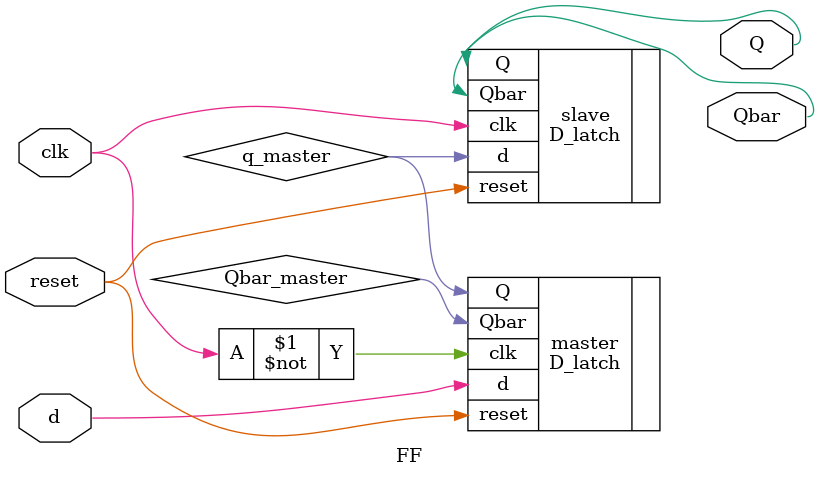
<source format=sv>
`timescale 1ns / 1ps

module FF(
    input logic clk,
    input logic reset,
    input logic d,
    output logic Q,
    output logic Qbar
);

 logic q_master,Qbar_master;

D_latch master (
    .d(d),                 // Data input
    .clk(~clk),             // Enable controlled by inverted clock (transparent when clk is low)
    .reset(reset),             // Active high reset
    .Q(q_master),
    .Qbar(Qbar_master)           // Master latch output
);

// Slave latch
D_latch slave (
    .d(q_master),          // Data input from master latch
    .clk(clk),              // Enable controlled by clock (transparent when clk is high)
    .reset(reset),             // Active high reset
    .Q(Q),
    .Qbar(Qbar)                  // Final output
);



endmodule



</source>
